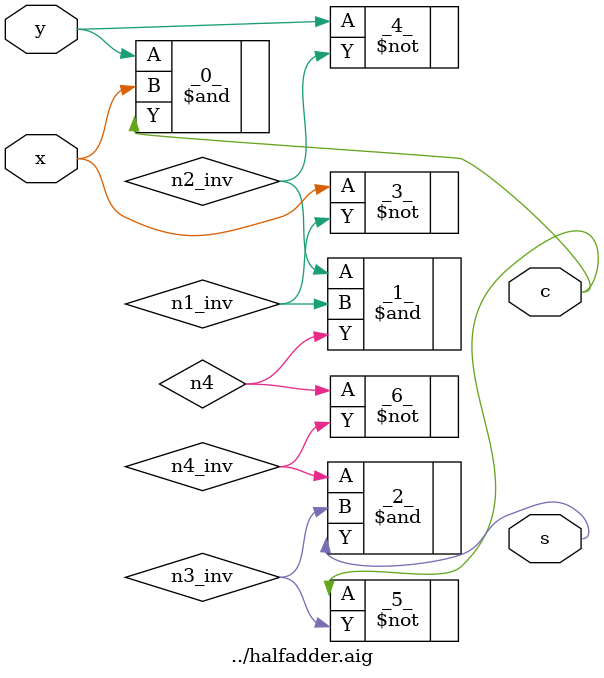
<source format=v>
/* Generated by Yosys 0.8+498 (git sha1 296ecde6, gcc 7.4.0-1ubuntu1~18.04 -fPIC -Os) */

module \../halfadder.aig (y, s, c, x);
  output c;
  wire n1_inv;
  wire n2_inv;
  wire n3_inv;
  wire n4;
  wire n4_inv;
  output s;
  input x;
  input y;
  \$and  #(
    .A_SIGNED(32'd0),
    .A_WIDTH(32'd1),
    .B_SIGNED(32'd0),
    .B_WIDTH(32'd1),
    .Y_WIDTH(32'd1)
  ) _0_ (
    .A(y),
    .B(x),
    .Y(c)
  );
  \$and  #(
    .A_SIGNED(32'd0),
    .A_WIDTH(32'd1),
    .B_SIGNED(32'd0),
    .B_WIDTH(32'd1),
    .Y_WIDTH(32'd1)
  ) _1_ (
    .A(n2_inv),
    .B(n1_inv),
    .Y(n4)
  );
  \$and  #(
    .A_SIGNED(32'd0),
    .A_WIDTH(32'd1),
    .B_SIGNED(32'd0),
    .B_WIDTH(32'd1),
    .Y_WIDTH(32'd1)
  ) _2_ (
    .A(n4_inv),
    .B(n3_inv),
    .Y(s)
  );
  \$not  #(
    .A_SIGNED(32'd0),
    .A_WIDTH(32'd1),
    .Y_WIDTH(32'd1)
  ) _3_ (
    .A(x),
    .Y(n1_inv)
  );
  \$not  #(
    .A_SIGNED(32'd0),
    .A_WIDTH(32'd1),
    .Y_WIDTH(32'd1)
  ) _4_ (
    .A(y),
    .Y(n2_inv)
  );
  \$not  #(
    .A_SIGNED(32'd0),
    .A_WIDTH(32'd1),
    .Y_WIDTH(32'd1)
  ) _5_ (
    .A(c),
    .Y(n3_inv)
  );
  \$not  #(
    .A_SIGNED(32'd0),
    .A_WIDTH(32'd1),
    .Y_WIDTH(32'd1)
  ) _6_ (
    .A(n4),
    .Y(n4_inv)
  );
endmodule

</source>
